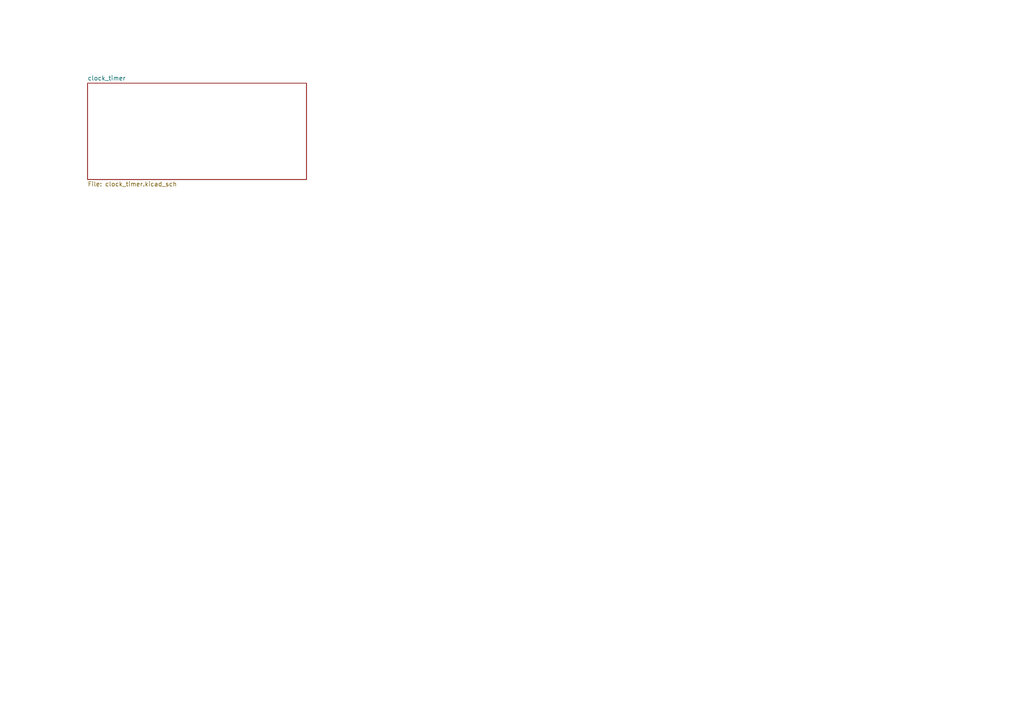
<source format=kicad_sch>
(kicad_sch
	(version 20231120)
	(generator "eeschema")
	(generator_version "8.0")
	(uuid "69fbe992-daea-48ef-a334-534e6aaff013")
	(paper "A4")
	(title_block
		(title "8bit-computer")
		(date "2024-09-30")
	)
	(lib_symbols)
	(sheet
		(at 25.4 24.13)
		(size 63.5 27.94)
		(fields_autoplaced yes)
		(stroke
			(width 0.1524)
			(type solid)
		)
		(fill
			(color 0 0 0 0.0000)
		)
		(uuid "80d59056-aa8a-48d2-9b05-9cb963e5cf30")
		(property "Sheetname" "clock_timer"
			(at 25.4 23.4184 0)
			(effects
				(font
					(size 1.27 1.27)
				)
				(justify left bottom)
			)
		)
		(property "Sheetfile" "clock_timer.kicad_sch"
			(at 25.4 52.6546 0)
			(effects
				(font
					(size 1.27 1.27)
				)
				(justify left top)
			)
		)
		(instances
			(project "8bit-computer"
				(path "/69fbe992-daea-48ef-a334-534e6aaff013"
					(page "2")
				)
			)
		)
	)
	(sheet_instances
		(path "/"
			(page "1")
		)
	)
)

</source>
